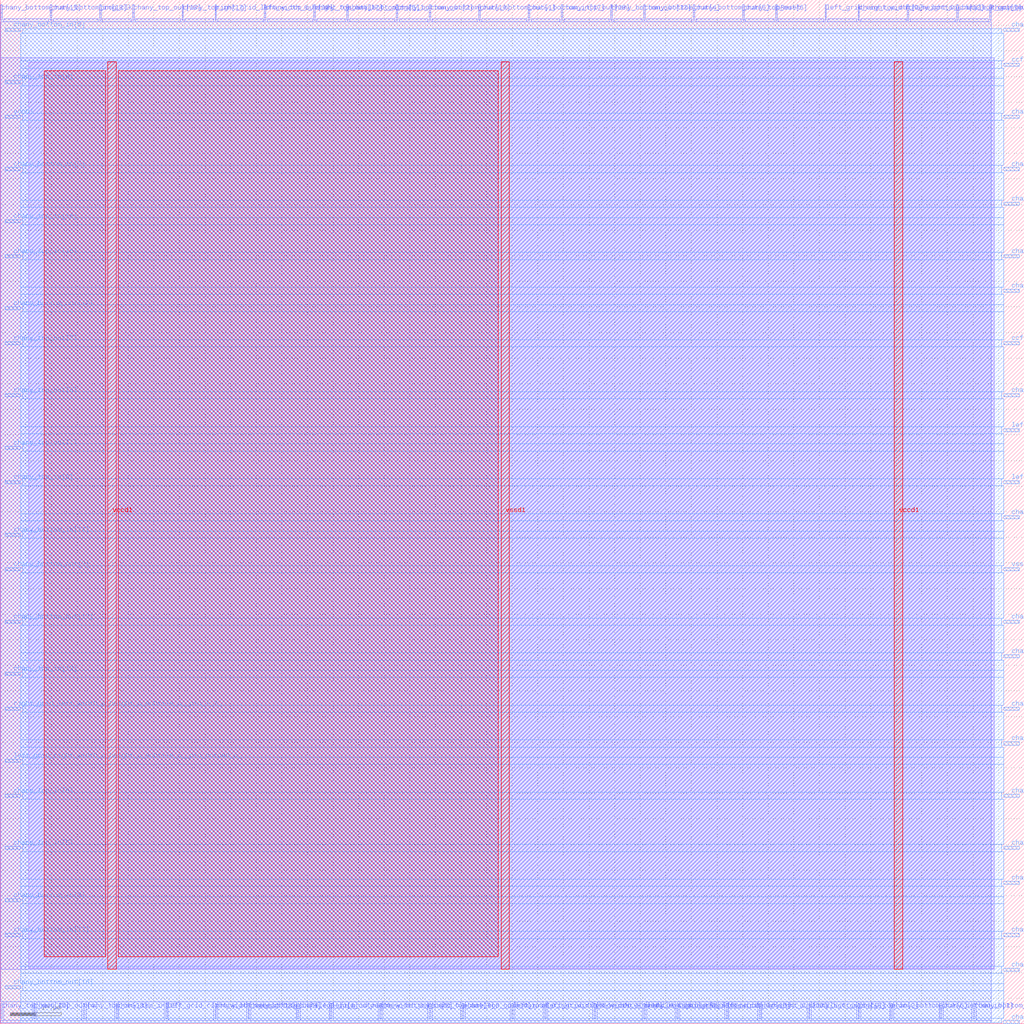
<source format=lef>
VERSION 5.7 ;
  NOWIREEXTENSIONATPIN ON ;
  DIVIDERCHAR "/" ;
  BUSBITCHARS "[]" ;
MACRO cby_0__1_
  CLASS BLOCK ;
  FOREIGN cby_0__1_ ;
  ORIGIN 0.000 0.000 ;
  SIZE 200.000 BY 200.000 ;
  PIN ccff_head
    DIRECTION INPUT ;
    USE SIGNAL ;
    PORT
      LAYER met3 ;
        RECT 196.000 132.640 199.000 133.240 ;
    END
  END ccff_head
  PIN ccff_tail
    DIRECTION OUTPUT TRISTATE ;
    USE SIGNAL ;
    PORT
      LAYER met3 ;
        RECT 196.000 187.040 199.000 187.640 ;
    END
  END ccff_tail
  PIN chany_bottom_in[0]
    DIRECTION INPUT ;
    USE SIGNAL ;
    PORT
      LAYER met2 ;
        RECT 193.290 196.000 193.570 199.000 ;
    END
  END chany_bottom_in[0]
  PIN chany_bottom_in[10]
    DIRECTION INPUT ;
    USE SIGNAL ;
    PORT
      LAYER met2 ;
        RECT 190.070 1.000 190.350 4.000 ;
    END
  END chany_bottom_in[10]
  PIN chany_bottom_in[11]
    DIRECTION INPUT ;
    USE SIGNAL ;
    PORT
      LAYER met3 ;
        RECT 196.000 98.640 199.000 99.240 ;
    END
  END chany_bottom_in[11]
  PIN chany_bottom_in[12]
    DIRECTION INPUT ;
    USE SIGNAL ;
    PORT
      LAYER met2 ;
        RECT 177.190 196.000 177.470 199.000 ;
    END
  END chany_bottom_in[12]
  PIN chany_bottom_in[13]
    DIRECTION INPUT ;
    USE SIGNAL ;
    PORT
      LAYER met3 ;
        RECT 1.000 17.040 4.000 17.640 ;
    END
  END chany_bottom_in[13]
  PIN chany_bottom_in[14]
    DIRECTION INPUT ;
    USE SIGNAL ;
    PORT
      LAYER met3 ;
        RECT 1.000 95.240 4.000 95.840 ;
    END
  END chany_bottom_in[14]
  PIN chany_bottom_in[15]
    DIRECTION INPUT ;
    USE SIGNAL ;
    PORT
      LAYER met2 ;
        RECT 157.870 1.000 158.150 4.000 ;
    END
  END chany_bottom_in[15]
  PIN chany_bottom_in[16]
    DIRECTION INPUT ;
    USE SIGNAL ;
    PORT
      LAYER met3 ;
        RECT 196.000 61.240 199.000 61.840 ;
    END
  END chany_bottom_in[16]
  PIN chany_bottom_in[17]
    DIRECTION INPUT ;
    USE SIGNAL ;
    PORT
      LAYER met2 ;
        RECT 103.130 196.000 103.410 199.000 ;
    END
  END chany_bottom_in[17]
  PIN chany_bottom_in[18]
    DIRECTION INPUT ;
    USE SIGNAL ;
    PORT
      LAYER met2 ;
        RECT 9.750 196.000 10.030 199.000 ;
    END
  END chany_bottom_in[18]
  PIN chany_bottom_in[1]
    DIRECTION INPUT ;
    USE SIGNAL ;
    PORT
      LAYER met2 ;
        RECT 183.630 1.000 183.910 4.000 ;
    END
  END chany_bottom_in[1]
  PIN chany_bottom_in[2]
    DIRECTION INPUT ;
    USE SIGNAL ;
    PORT
      LAYER met2 ;
        RECT 74.150 1.000 74.430 4.000 ;
    END
  END chany_bottom_in[2]
  PIN chany_bottom_in[3]
    DIRECTION INPUT ;
    USE SIGNAL ;
    PORT
      LAYER met3 ;
        RECT 1.000 23.840 4.000 24.440 ;
    END
  END chany_bottom_in[3]
  PIN chany_bottom_in[4]
    DIRECTION INPUT ;
    USE SIGNAL ;
    PORT
      LAYER met3 ;
        RECT 196.000 166.640 199.000 167.240 ;
    END
  END chany_bottom_in[4]
  PIN chany_bottom_in[5]
    DIRECTION INPUT ;
    USE SIGNAL ;
    PORT
      LAYER met2 ;
        RECT 67.710 196.000 67.990 199.000 ;
    END
  END chany_bottom_in[5]
  PIN chany_bottom_in[6]
    DIRECTION INPUT ;
    USE SIGNAL ;
    PORT
      LAYER met3 ;
        RECT 1.000 193.840 4.000 194.440 ;
    END
  END chany_bottom_in[6]
  PIN chany_bottom_in[7]
    DIRECTION INPUT ;
    USE SIGNAL ;
    PORT
      LAYER met3 ;
        RECT 1.000 166.640 4.000 167.240 ;
    END
  END chany_bottom_in[7]
  PIN chany_bottom_in[8]
    DIRECTION INPUT ;
    USE SIGNAL ;
    PORT
      LAYER met3 ;
        RECT 196.000 27.240 199.000 27.840 ;
    END
  END chany_bottom_in[8]
  PIN chany_bottom_in[9]
    DIRECTION INPUT ;
    USE SIGNAL ;
    PORT
      LAYER met2 ;
        RECT 48.390 1.000 48.670 4.000 ;
    END
  END chany_bottom_in[9]
  PIN chany_bottom_out[0]
    DIRECTION OUTPUT TRISTATE ;
    USE SIGNAL ;
    PORT
      LAYER met3 ;
        RECT 196.000 142.840 199.000 143.440 ;
    END
  END chany_bottom_out[0]
  PIN chany_bottom_out[10]
    DIRECTION OUTPUT TRISTATE ;
    USE SIGNAL ;
    PORT
      LAYER met2 ;
        RECT 83.810 196.000 84.090 199.000 ;
    END
  END chany_bottom_out[10]
  PIN chany_bottom_out[11]
    DIRECTION OUTPUT TRISTATE ;
    USE SIGNAL ;
    PORT
      LAYER met3 ;
        RECT 196.000 159.840 199.000 160.440 ;
    END
  END chany_bottom_out[11]
  PIN chany_bottom_out[12]
    DIRECTION OUTPUT TRISTATE ;
    USE SIGNAL ;
    PORT
      LAYER met3 ;
        RECT 1.000 139.440 4.000 140.040 ;
    END
  END chany_bottom_out[12]
  PIN chany_bottom_out[13]
    DIRECTION OUTPUT TRISTATE ;
    USE SIGNAL ;
    PORT
      LAYER met2 ;
        RECT 119.230 196.000 119.510 199.000 ;
    END
  END chany_bottom_out[13]
  PIN chany_bottom_out[14]
    DIRECTION OUTPUT TRISTATE ;
    USE SIGNAL ;
    PORT
      LAYER met3 ;
        RECT 196.000 149.640 199.000 150.240 ;
    END
  END chany_bottom_out[14]
  PIN chany_bottom_out[15]
    DIRECTION OUTPUT TRISTATE ;
    USE SIGNAL ;
    PORT
      LAYER met2 ;
        RECT 0.090 196.000 0.370 199.000 ;
    END
  END chany_bottom_out[15]
  PIN chany_bottom_out[16]
    DIRECTION OUTPUT TRISTATE ;
    USE SIGNAL ;
    PORT
      LAYER met3 ;
        RECT 1.000 6.840 4.000 7.440 ;
    END
  END chany_bottom_out[16]
  PIN chany_bottom_out[17]
    DIRECTION OUTPUT TRISTATE ;
    USE SIGNAL ;
    PORT
      LAYER met3 ;
        RECT 1.000 78.240 4.000 78.840 ;
    END
  END chany_bottom_out[17]
  PIN chany_bottom_out[18]
    DIRECTION OUTPUT TRISTATE ;
    USE SIGNAL ;
    PORT
      LAYER met2 ;
        RECT 41.950 1.000 42.230 4.000 ;
    END
  END chany_bottom_out[18]
  PIN chany_bottom_out[1]
    DIRECTION OUTPUT TRISTATE ;
    USE SIGNAL ;
    PORT
      LAYER met2 ;
        RECT 93.470 196.000 93.750 199.000 ;
    END
  END chany_bottom_out[1]
  PIN chany_bottom_out[2]
    DIRECTION OUTPUT TRISTATE ;
    USE SIGNAL ;
    PORT
      LAYER met2 ;
        RECT 77.370 196.000 77.650 199.000 ;
    END
  END chany_bottom_out[2]
  PIN chany_bottom_out[3]
    DIRECTION OUTPUT TRISTATE ;
    USE SIGNAL ;
    PORT
      LAYER met3 ;
        RECT 196.000 44.240 199.000 44.840 ;
    END
  END chany_bottom_out[3]
  PIN chany_bottom_out[4]
    DIRECTION OUTPUT TRISTATE ;
    USE SIGNAL ;
    PORT
      LAYER met2 ;
        RECT 125.670 196.000 125.950 199.000 ;
    END
  END chany_bottom_out[4]
  PIN chany_bottom_out[5]
    DIRECTION OUTPUT TRISTATE ;
    USE SIGNAL ;
    PORT
      LAYER met2 ;
        RECT 135.330 196.000 135.610 199.000 ;
    END
  END chany_bottom_out[5]
  PIN chany_bottom_out[6]
    DIRECTION OUTPUT TRISTATE ;
    USE SIGNAL ;
    PORT
      LAYER met2 ;
        RECT 173.970 1.000 174.250 4.000 ;
    END
  END chany_bottom_out[6]
  PIN chany_bottom_out[7]
    DIRECTION OUTPUT TRISTATE ;
    USE SIGNAL ;
    PORT
      LAYER met3 ;
        RECT 1.000 88.440 4.000 89.040 ;
    END
  END chany_bottom_out[7]
  PIN chany_bottom_out[8]
    DIRECTION OUTPUT TRISTATE ;
    USE SIGNAL ;
    PORT
      LAYER met3 ;
        RECT 196.000 176.840 199.000 177.440 ;
    END
  END chany_bottom_out[8]
  PIN chany_bottom_out[9]
    DIRECTION OUTPUT TRISTATE ;
    USE SIGNAL ;
    PORT
      LAYER met2 ;
        RECT 125.670 1.000 125.950 4.000 ;
    END
  END chany_bottom_out[9]
  PIN chany_top_in[0]
    DIRECTION INPUT ;
    USE SIGNAL ;
    PORT
      LAYER met3 ;
        RECT 1.000 105.440 4.000 106.040 ;
    END
  END chany_top_in[0]
  PIN chany_top_in[10]
    DIRECTION INPUT ;
    USE SIGNAL ;
    PORT
      LAYER met3 ;
        RECT 196.000 10.240 199.000 10.840 ;
    END
  END chany_top_in[10]
  PIN chany_top_in[11]
    DIRECTION INPUT ;
    USE SIGNAL ;
    PORT
      LAYER met3 ;
        RECT 196.000 78.240 199.000 78.840 ;
    END
  END chany_top_in[11]
  PIN chany_top_in[12]
    DIRECTION INPUT ;
    USE SIGNAL ;
    PORT
      LAYER met2 ;
        RECT 22.630 1.000 22.910 4.000 ;
    END
  END chany_top_in[12]
  PIN chany_top_in[13]
    DIRECTION INPUT ;
    USE SIGNAL ;
    PORT
      LAYER met3 ;
        RECT 1.000 68.040 4.000 68.640 ;
    END
  END chany_top_in[13]
  PIN chany_top_in[14]
    DIRECTION INPUT ;
    USE SIGNAL ;
    PORT
      LAYER met3 ;
        RECT 1.000 156.440 4.000 157.040 ;
    END
  END chany_top_in[14]
  PIN chany_top_in[15]
    DIRECTION INPUT ;
    USE SIGNAL ;
    PORT
      LAYER met2 ;
        RECT 141.770 1.000 142.050 4.000 ;
    END
  END chany_top_in[15]
  PIN chany_top_in[16]
    DIRECTION INPUT ;
    USE SIGNAL ;
    PORT
      LAYER met3 ;
        RECT 1.000 149.640 4.000 150.240 ;
    END
  END chany_top_in[16]
  PIN chany_top_in[17]
    DIRECTION INPUT ;
    USE SIGNAL ;
    PORT
      LAYER met2 ;
        RECT 35.510 196.000 35.790 199.000 ;
    END
  END chany_top_in[17]
  PIN chany_top_in[18]
    DIRECTION INPUT ;
    USE SIGNAL ;
    PORT
      LAYER met2 ;
        RECT 16.190 1.000 16.470 4.000 ;
    END
  END chany_top_in[18]
  PIN chany_top_in[1]
    DIRECTION INPUT ;
    USE SIGNAL ;
    PORT
      LAYER met2 ;
        RECT 58.050 1.000 58.330 4.000 ;
    END
  END chany_top_in[1]
  PIN chany_top_in[2]
    DIRECTION INPUT ;
    USE SIGNAL ;
    PORT
      LAYER met2 ;
        RECT 167.530 1.000 167.810 4.000 ;
    END
  END chany_top_in[2]
  PIN chany_top_in[3]
    DIRECTION INPUT ;
    USE SIGNAL ;
    PORT
      LAYER met3 ;
        RECT 196.000 71.440 199.000 72.040 ;
    END
  END chany_top_in[3]
  PIN chany_top_in[4]
    DIRECTION INPUT ;
    USE SIGNAL ;
    PORT
      LAYER met3 ;
        RECT 196.000 34.040 199.000 34.640 ;
    END
  END chany_top_in[4]
  PIN chany_top_in[5]
    DIRECTION INPUT ;
    USE SIGNAL ;
    PORT
      LAYER met3 ;
        RECT 1.000 34.040 4.000 34.640 ;
    END
  END chany_top_in[5]
  PIN chany_top_in[6]
    DIRECTION INPUT ;
    USE SIGNAL ;
    PORT
      LAYER met3 ;
        RECT 1.000 183.640 4.000 184.240 ;
    END
  END chany_top_in[6]
  PIN chany_top_in[7]
    DIRECTION INPUT ;
    USE SIGNAL ;
    PORT
      LAYER met3 ;
        RECT 196.000 0.040 199.000 0.640 ;
    END
  END chany_top_in[7]
  PIN chany_top_in[8]
    DIRECTION INPUT ;
    USE SIGNAL ;
    PORT
      LAYER met3 ;
        RECT 1.000 44.240 4.000 44.840 ;
    END
  END chany_top_in[8]
  PIN chany_top_in[9]
    DIRECTION INPUT ;
    USE SIGNAL ;
    PORT
      LAYER met3 ;
        RECT 196.000 54.440 199.000 55.040 ;
    END
  END chany_top_in[9]
  PIN chany_top_out[0]
    DIRECTION OUTPUT TRISTATE ;
    USE SIGNAL ;
    PORT
      LAYER met3 ;
        RECT 1.000 122.440 4.000 123.040 ;
    END
  END chany_top_out[0]
  PIN chany_top_out[10]
    DIRECTION OUTPUT TRISTATE ;
    USE SIGNAL ;
    PORT
      LAYER met2 ;
        RECT 148.210 1.000 148.490 4.000 ;
    END
  END chany_top_out[10]
  PIN chany_top_out[11]
    DIRECTION OUTPUT TRISTATE ;
    USE SIGNAL ;
    PORT
      LAYER met3 ;
        RECT 196.000 122.440 199.000 123.040 ;
    END
  END chany_top_out[11]
  PIN chany_top_out[12]
    DIRECTION OUTPUT TRISTATE ;
    USE SIGNAL ;
    PORT
      LAYER met2 ;
        RECT 51.610 196.000 51.890 199.000 ;
    END
  END chany_top_out[12]
  PIN chany_top_out[13]
    DIRECTION OUTPUT TRISTATE ;
    USE SIGNAL ;
    PORT
      LAYER met2 ;
        RECT 25.850 196.000 26.130 199.000 ;
    END
  END chany_top_out[13]
  PIN chany_top_out[14]
    DIRECTION OUTPUT TRISTATE ;
    USE SIGNAL ;
    PORT
      LAYER met2 ;
        RECT 90.250 1.000 90.530 4.000 ;
    END
  END chany_top_out[14]
  PIN chany_top_out[15]
    DIRECTION OUTPUT TRISTATE ;
    USE SIGNAL ;
    PORT
      LAYER met2 ;
        RECT 0.090 1.000 0.370 4.000 ;
    END
  END chany_top_out[15]
  PIN chany_top_out[16]
    DIRECTION OUTPUT TRISTATE ;
    USE SIGNAL ;
    PORT
      LAYER met2 ;
        RECT 116.010 1.000 116.290 4.000 ;
    END
  END chany_top_out[16]
  PIN chany_top_out[17]
    DIRECTION OUTPUT TRISTATE ;
    USE SIGNAL ;
    PORT
      LAYER met2 ;
        RECT 61.270 196.000 61.550 199.000 ;
    END
  END chany_top_out[17]
  PIN chany_top_out[18]
    DIRECTION OUTPUT TRISTATE ;
    USE SIGNAL ;
    PORT
      LAYER met2 ;
        RECT 109.570 196.000 109.850 199.000 ;
    END
  END chany_top_out[18]
  PIN chany_top_out[1]
    DIRECTION OUTPUT TRISTATE ;
    USE SIGNAL ;
    PORT
      LAYER met2 ;
        RECT 167.530 196.000 167.810 199.000 ;
    END
  END chany_top_out[1]
  PIN chany_top_out[2]
    DIRECTION OUTPUT TRISTATE ;
    USE SIGNAL ;
    PORT
      LAYER met3 ;
        RECT 1.000 132.640 4.000 133.240 ;
    END
  END chany_top_out[2]
  PIN chany_top_out[3]
    DIRECTION OUTPUT TRISTATE ;
    USE SIGNAL ;
    PORT
      LAYER met3 ;
        RECT 1.000 112.240 4.000 112.840 ;
    END
  END chany_top_out[3]
  PIN chany_top_out[4]
    DIRECTION OUTPUT TRISTATE ;
    USE SIGNAL ;
    PORT
      LAYER met2 ;
        RECT 6.530 1.000 6.810 4.000 ;
    END
  END chany_top_out[4]
  PIN chany_top_out[5]
    DIRECTION OUTPUT TRISTATE ;
    USE SIGNAL ;
    PORT
      LAYER met2 ;
        RECT 186.850 196.000 187.130 199.000 ;
    END
  END chany_top_out[5]
  PIN chany_top_out[6]
    DIRECTION OUTPUT TRISTATE ;
    USE SIGNAL ;
    PORT
      LAYER met2 ;
        RECT 144.990 196.000 145.270 199.000 ;
    END
  END chany_top_out[6]
  PIN chany_top_out[7]
    DIRECTION OUTPUT TRISTATE ;
    USE SIGNAL ;
    PORT
      LAYER met2 ;
        RECT 83.810 1.000 84.090 4.000 ;
    END
  END chany_top_out[7]
  PIN chany_top_out[8]
    DIRECTION OUTPUT TRISTATE ;
    USE SIGNAL ;
    PORT
      LAYER met3 ;
        RECT 196.000 193.840 199.000 194.440 ;
    END
  END chany_top_out[8]
  PIN chany_top_out[9]
    DIRECTION OUTPUT TRISTATE ;
    USE SIGNAL ;
    PORT
      LAYER met3 ;
        RECT 196.000 17.040 199.000 17.640 ;
    END
  END chany_top_out[9]
  PIN left_grid_right_width_0_height_0_subtile_0__pin_outpad_0_
    DIRECTION OUTPUT TRISTATE ;
    USE SIGNAL ;
    PORT
      LAYER met3 ;
        RECT 1.000 51.040 4.000 51.640 ;
    END
  END left_grid_right_width_0_height_0_subtile_0__pin_outpad_0_
  PIN left_grid_right_width_0_height_0_subtile_1__pin_outpad_0_
    DIRECTION OUTPUT TRISTATE ;
    USE SIGNAL ;
    PORT
      LAYER met3 ;
        RECT 196.000 105.440 199.000 106.040 ;
    END
  END left_grid_right_width_0_height_0_subtile_1__pin_outpad_0_
  PIN left_grid_right_width_0_height_0_subtile_2__pin_outpad_0_
    DIRECTION OUTPUT TRISTATE ;
    USE SIGNAL ;
    PORT
      LAYER met2 ;
        RECT 32.290 1.000 32.570 4.000 ;
    END
  END left_grid_right_width_0_height_0_subtile_2__pin_outpad_0_
  PIN left_grid_right_width_0_height_0_subtile_3__pin_outpad_0_
    DIRECTION OUTPUT TRISTATE ;
    USE SIGNAL ;
    PORT
      LAYER met2 ;
        RECT 64.490 1.000 64.770 4.000 ;
    END
  END left_grid_right_width_0_height_0_subtile_3__pin_outpad_0_
  PIN left_grid_right_width_0_height_0_subtile_4__pin_outpad_0_
    DIRECTION OUTPUT TRISTATE ;
    USE SIGNAL ;
    PORT
      LAYER met2 ;
        RECT 99.910 1.000 100.190 4.000 ;
    END
  END left_grid_right_width_0_height_0_subtile_4__pin_outpad_0_
  PIN left_grid_right_width_0_height_0_subtile_5__pin_outpad_0_
    DIRECTION OUTPUT TRISTATE ;
    USE SIGNAL ;
    PORT
      LAYER met3 ;
        RECT 196.000 115.640 199.000 116.240 ;
    END
  END left_grid_right_width_0_height_0_subtile_5__pin_outpad_0_
  PIN left_grid_right_width_0_height_0_subtile_6__pin_outpad_0_
    DIRECTION OUTPUT TRISTATE ;
    USE SIGNAL ;
    PORT
      LAYER met2 ;
        RECT 106.350 1.000 106.630 4.000 ;
    END
  END left_grid_right_width_0_height_0_subtile_6__pin_outpad_0_
  PIN left_grid_right_width_0_height_0_subtile_7__pin_outpad_0_
    DIRECTION OUTPUT TRISTATE ;
    USE SIGNAL ;
    PORT
      LAYER met2 ;
        RECT 161.090 196.000 161.370 199.000 ;
    END
  END left_grid_right_width_0_height_0_subtile_7__pin_outpad_0_
  PIN pReset
    DIRECTION INPUT ;
    USE SIGNAL ;
    PORT
      LAYER met2 ;
        RECT 151.430 196.000 151.710 199.000 ;
    END
  END pReset
  PIN prog_clk
    DIRECTION INPUT ;
    USE SIGNAL ;
    PORT
      LAYER met2 ;
        RECT 19.410 196.000 19.690 199.000 ;
    END
  END prog_clk
  PIN right_grid_left_width_0_height_0_subtile_0__pin_I_11_
    DIRECTION OUTPUT TRISTATE ;
    USE SIGNAL ;
    PORT
      LAYER met2 ;
        RECT 41.950 196.000 42.230 199.000 ;
    END
  END right_grid_left_width_0_height_0_subtile_0__pin_I_11_
  PIN right_grid_left_width_0_height_0_subtile_0__pin_I_3_
    DIRECTION OUTPUT TRISTATE ;
    USE SIGNAL ;
    PORT
      LAYER met2 ;
        RECT 132.110 1.000 132.390 4.000 ;
    END
  END right_grid_left_width_0_height_0_subtile_0__pin_I_3_
  PIN right_grid_left_width_0_height_0_subtile_0__pin_I_7_
    DIRECTION OUTPUT TRISTATE ;
    USE SIGNAL ;
    PORT
      LAYER met3 ;
        RECT 1.000 61.240 4.000 61.840 ;
    END
  END right_grid_left_width_0_height_0_subtile_0__pin_I_7_
  PIN vccd1
    DIRECTION INOUT ;
    USE SIGNAL ;
    PORT
      LAYER met3 ;
        RECT 1.000 176.840 4.000 177.440 ;
    END
    PORT
      LAYER met4 ;
        RECT 21.040 10.640 22.640 187.920 ;
    END
    PORT
      LAYER met4 ;
        RECT 174.640 10.640 176.240 187.920 ;
    END
  END vccd1
  PIN vssd1
    DIRECTION INOUT ;
    USE SIGNAL ;
    PORT
      LAYER met3 ;
        RECT 196.000 88.440 199.000 89.040 ;
    END
    PORT
      LAYER met4 ;
        RECT 97.840 10.640 99.440 187.920 ;
    END
  END vssd1
  OBS
      LAYER li1 ;
        RECT 5.520 10.795 194.120 187.765 ;
      LAYER met1 ;
        RECT 0.070 10.640 194.120 188.660 ;
      LAYER met2 ;
        RECT 0.650 195.720 9.470 196.250 ;
        RECT 10.310 195.720 19.130 196.250 ;
        RECT 19.970 195.720 25.570 196.250 ;
        RECT 26.410 195.720 35.230 196.250 ;
        RECT 36.070 195.720 41.670 196.250 ;
        RECT 42.510 195.720 51.330 196.250 ;
        RECT 52.170 195.720 60.990 196.250 ;
        RECT 61.830 195.720 67.430 196.250 ;
        RECT 68.270 195.720 77.090 196.250 ;
        RECT 77.930 195.720 83.530 196.250 ;
        RECT 84.370 195.720 93.190 196.250 ;
        RECT 94.030 195.720 102.850 196.250 ;
        RECT 103.690 195.720 109.290 196.250 ;
        RECT 110.130 195.720 118.950 196.250 ;
        RECT 119.790 195.720 125.390 196.250 ;
        RECT 126.230 195.720 135.050 196.250 ;
        RECT 135.890 195.720 144.710 196.250 ;
        RECT 145.550 195.720 151.150 196.250 ;
        RECT 151.990 195.720 160.810 196.250 ;
        RECT 161.650 195.720 167.250 196.250 ;
        RECT 168.090 195.720 176.910 196.250 ;
        RECT 177.750 195.720 186.570 196.250 ;
        RECT 187.410 195.720 193.010 196.250 ;
        RECT 0.100 4.280 193.560 195.720 ;
        RECT 0.650 0.720 6.250 4.280 ;
        RECT 7.090 0.720 15.910 4.280 ;
        RECT 16.750 0.720 22.350 4.280 ;
        RECT 23.190 0.720 32.010 4.280 ;
        RECT 32.850 0.720 41.670 4.280 ;
        RECT 42.510 0.720 48.110 4.280 ;
        RECT 48.950 0.720 57.770 4.280 ;
        RECT 58.610 0.720 64.210 4.280 ;
        RECT 65.050 0.720 73.870 4.280 ;
        RECT 74.710 0.720 83.530 4.280 ;
        RECT 84.370 0.720 89.970 4.280 ;
        RECT 90.810 0.720 99.630 4.280 ;
        RECT 100.470 0.720 106.070 4.280 ;
        RECT 106.910 0.720 115.730 4.280 ;
        RECT 116.570 0.720 125.390 4.280 ;
        RECT 126.230 0.720 131.830 4.280 ;
        RECT 132.670 0.720 141.490 4.280 ;
        RECT 142.330 0.720 147.930 4.280 ;
        RECT 148.770 0.720 157.590 4.280 ;
        RECT 158.430 0.720 167.250 4.280 ;
        RECT 168.090 0.720 173.690 4.280 ;
        RECT 174.530 0.720 183.350 4.280 ;
        RECT 184.190 0.720 189.790 4.280 ;
        RECT 190.630 0.720 193.560 4.280 ;
        RECT 0.100 0.155 193.560 0.720 ;
      LAYER met3 ;
        RECT 4.400 193.440 195.600 194.305 ;
        RECT 4.000 188.040 196.000 193.440 ;
        RECT 4.000 186.640 195.600 188.040 ;
        RECT 4.000 184.640 196.000 186.640 ;
        RECT 4.400 183.240 196.000 184.640 ;
        RECT 4.000 177.840 196.000 183.240 ;
        RECT 4.400 176.440 195.600 177.840 ;
        RECT 4.000 167.640 196.000 176.440 ;
        RECT 4.400 166.240 195.600 167.640 ;
        RECT 4.000 160.840 196.000 166.240 ;
        RECT 4.000 159.440 195.600 160.840 ;
        RECT 4.000 157.440 196.000 159.440 ;
        RECT 4.400 156.040 196.000 157.440 ;
        RECT 4.000 150.640 196.000 156.040 ;
        RECT 4.400 149.240 195.600 150.640 ;
        RECT 4.000 143.840 196.000 149.240 ;
        RECT 4.000 142.440 195.600 143.840 ;
        RECT 4.000 140.440 196.000 142.440 ;
        RECT 4.400 139.040 196.000 140.440 ;
        RECT 4.000 133.640 196.000 139.040 ;
        RECT 4.400 132.240 195.600 133.640 ;
        RECT 4.000 123.440 196.000 132.240 ;
        RECT 4.400 122.040 195.600 123.440 ;
        RECT 4.000 116.640 196.000 122.040 ;
        RECT 4.000 115.240 195.600 116.640 ;
        RECT 4.000 113.240 196.000 115.240 ;
        RECT 4.400 111.840 196.000 113.240 ;
        RECT 4.000 106.440 196.000 111.840 ;
        RECT 4.400 105.040 195.600 106.440 ;
        RECT 4.000 99.640 196.000 105.040 ;
        RECT 4.000 98.240 195.600 99.640 ;
        RECT 4.000 96.240 196.000 98.240 ;
        RECT 4.400 94.840 196.000 96.240 ;
        RECT 4.000 89.440 196.000 94.840 ;
        RECT 4.400 88.040 195.600 89.440 ;
        RECT 4.000 79.240 196.000 88.040 ;
        RECT 4.400 77.840 195.600 79.240 ;
        RECT 4.000 72.440 196.000 77.840 ;
        RECT 4.000 71.040 195.600 72.440 ;
        RECT 4.000 69.040 196.000 71.040 ;
        RECT 4.400 67.640 196.000 69.040 ;
        RECT 4.000 62.240 196.000 67.640 ;
        RECT 4.400 60.840 195.600 62.240 ;
        RECT 4.000 55.440 196.000 60.840 ;
        RECT 4.000 54.040 195.600 55.440 ;
        RECT 4.000 52.040 196.000 54.040 ;
        RECT 4.400 50.640 196.000 52.040 ;
        RECT 4.000 45.240 196.000 50.640 ;
        RECT 4.400 43.840 195.600 45.240 ;
        RECT 4.000 35.040 196.000 43.840 ;
        RECT 4.400 33.640 195.600 35.040 ;
        RECT 4.000 28.240 196.000 33.640 ;
        RECT 4.000 26.840 195.600 28.240 ;
        RECT 4.000 24.840 196.000 26.840 ;
        RECT 4.400 23.440 196.000 24.840 ;
        RECT 4.000 18.040 196.000 23.440 ;
        RECT 4.400 16.640 195.600 18.040 ;
        RECT 4.000 11.240 196.000 16.640 ;
        RECT 4.000 9.840 195.600 11.240 ;
        RECT 4.000 7.840 196.000 9.840 ;
        RECT 4.400 6.440 196.000 7.840 ;
        RECT 4.000 1.040 196.000 6.440 ;
        RECT 4.000 0.175 195.600 1.040 ;
      LAYER met4 ;
        RECT 8.575 13.095 20.640 186.145 ;
        RECT 23.040 13.095 97.225 186.145 ;
  END
END cby_0__1_
END LIBRARY


</source>
